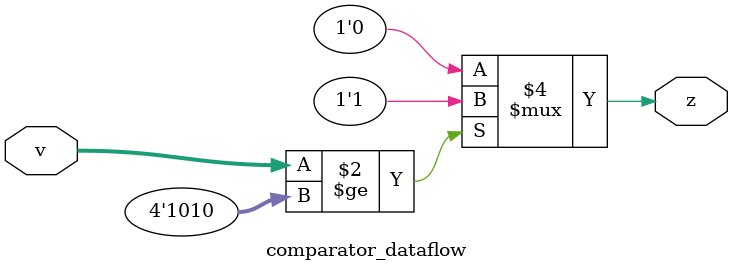
<source format=v>
`timescale 1ns / 1ps


module comparator_dataflow(
    input [3:0] v,
    output reg z
    );
always @(*)
 begin
    if (v >= 4'b1010)
      begin
        z = 1;
      end
    else
      begin
         z = 0;
      end
  end 
endmodule

</source>
